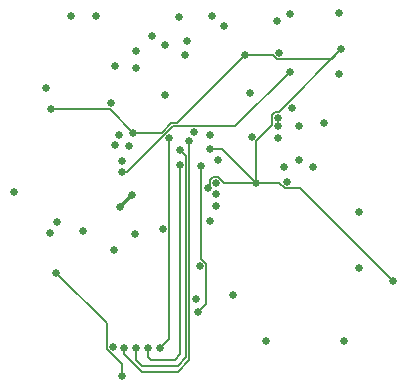
<source format=gbr>
G04 EAGLE Gerber RS-274X export*
G75*
%MOMM*%
%FSLAX34Y34*%
%LPD*%
%INCopper Layer 15*%
%IPPOS*%
%AMOC8*
5,1,8,0,0,1.08239X$1,22.5*%
G01*
%ADD10C,0.650000*%
%ADD11C,0.152400*%
%ADD12C,0.304800*%


D10*
X181000Y293000D03*
X259000Y322000D03*
X278000Y204000D03*
X164442Y301697D03*
X357762Y101497D03*
X231956Y293342D03*
X137488Y227358D03*
X312122Y328492D03*
X313543Y297945D03*
X241088Y184984D03*
D11*
X241088Y220114D01*
X254988Y242076D02*
X257924Y245012D01*
X260610Y245012D01*
X313543Y297945D01*
X254988Y234014D02*
X241088Y220114D01*
X254988Y234014D02*
X254988Y242076D01*
D10*
X202672Y213266D03*
D11*
X212806Y213266D01*
X241088Y184984D01*
X231956Y293342D02*
X255570Y293342D01*
X258924Y289988D01*
X305586Y289988D01*
X313543Y297945D01*
D10*
X298644Y235619D03*
X200520Y180557D03*
D11*
X202488Y187076D02*
X205424Y190012D01*
X209576Y190012D01*
X202488Y182524D02*
X200520Y180557D01*
X202488Y182524D02*
X202488Y187076D01*
X209576Y190012D02*
X214604Y184984D01*
X241088Y184984D01*
X161689Y227358D02*
X137488Y227358D01*
X161689Y227358D02*
X169866Y235536D01*
X174150Y235536D02*
X231956Y293342D01*
X174150Y235536D02*
X169866Y235536D01*
X241088Y184984D02*
X260816Y184984D01*
X265655Y180145D01*
X279114Y180145D02*
X357762Y101497D01*
X279114Y180145D02*
X265655Y180145D01*
D10*
X67947Y247407D03*
D11*
X117439Y247407D01*
X137488Y227358D01*
D10*
X72312Y108689D03*
X127722Y21308D03*
D11*
X114988Y66013D02*
X72312Y108689D01*
X114988Y66013D02*
X114988Y43924D01*
X127722Y31190D02*
X127722Y21308D01*
X127722Y31190D02*
X114988Y43924D01*
D10*
X222000Y90000D03*
X120000Y46000D03*
X329000Y113000D03*
X140000Y296000D03*
X267731Y185157D03*
X260000Y240000D03*
X121000Y128000D03*
X126000Y164000D03*
X63592Y265425D03*
X36157Y176924D03*
X72865Y151964D03*
X237795Y223908D03*
X328918Y159799D03*
X289461Y198525D03*
X265509Y198143D03*
X272097Y248269D03*
X136626Y174646D03*
D12*
X126000Y164021D01*
X126000Y164000D01*
D10*
X190687Y86816D03*
X202647Y152698D03*
X118607Y252499D03*
X277500Y232500D03*
X207500Y165000D03*
X260000Y232500D03*
X207500Y185000D03*
X260000Y222500D03*
X207500Y175000D03*
X153000Y309000D03*
X236000Y261000D03*
X176000Y325000D03*
X316000Y51000D03*
X312000Y277000D03*
X261000Y295000D03*
X209000Y204000D03*
X214536Y317969D03*
X189000Y228000D03*
X204256Y325825D03*
X202228Y225314D03*
X194044Y114044D03*
X67000Y142000D03*
X195000Y199000D03*
X192060Y75542D03*
D11*
X195000Y120176D02*
X195000Y199000D01*
X195000Y120176D02*
X199056Y116120D01*
X199056Y82538D01*
X192060Y75542D01*
D10*
X130000Y45000D03*
D11*
X130000Y40000D01*
X175000Y25000D02*
X185000Y35000D01*
X185000Y220000D01*
D10*
X185000Y220000D03*
D11*
X130000Y40000D02*
X145000Y25000D01*
X175000Y25000D01*
D10*
X140000Y45000D03*
D11*
X140000Y35000D01*
X145000Y30000D01*
X175000Y30000D01*
X182476Y37476D01*
X182476Y207524D02*
X177500Y212500D01*
D10*
X177500Y212500D03*
D11*
X182476Y207524D02*
X182476Y37476D01*
D10*
X150000Y45000D03*
D11*
X150000Y37500D01*
X152500Y35000D01*
X172500Y35000D01*
X177464Y39964D01*
X177464Y200000D01*
D10*
X177464Y200000D03*
X160000Y45000D03*
D11*
X167488Y52488D01*
X167488Y222500D01*
D10*
X167488Y222500D03*
X122000Y284000D03*
X162476Y145612D03*
X95393Y144073D03*
X139402Y141197D03*
X183000Y305000D03*
X164000Y259000D03*
X250000Y51000D03*
X121988Y217000D03*
X125335Y225335D03*
X85000Y326000D03*
X133956Y216044D03*
X106000Y326000D03*
X270000Y328000D03*
X128000Y203000D03*
X270000Y279000D03*
X128000Y194000D03*
D11*
X224012Y233012D02*
X270000Y279000D01*
X131900Y194000D02*
X128000Y194000D01*
X170912Y233012D02*
X224012Y233012D01*
X170912Y233012D02*
X131900Y194000D01*
D10*
X140000Y282000D03*
M02*

</source>
